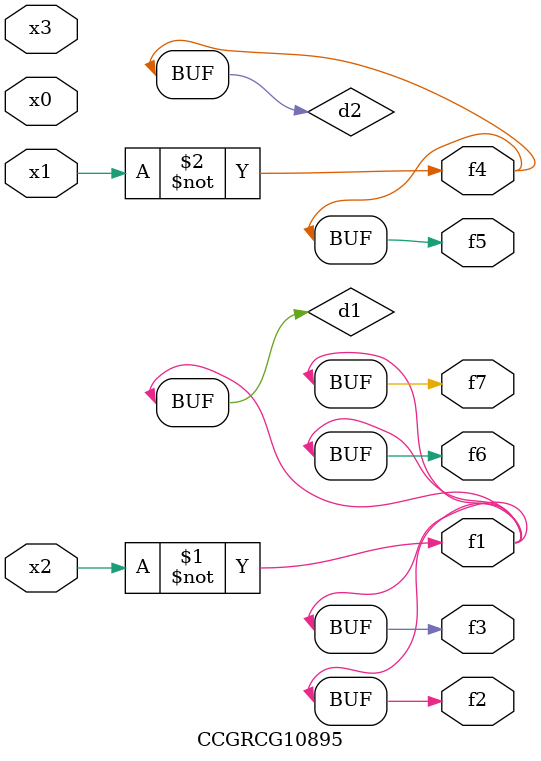
<source format=v>
module CCGRCG10895(
	input x0, x1, x2, x3,
	output f1, f2, f3, f4, f5, f6, f7
);

	wire d1, d2;

	xnor (d1, x2);
	not (d2, x1);
	assign f1 = d1;
	assign f2 = d1;
	assign f3 = d1;
	assign f4 = d2;
	assign f5 = d2;
	assign f6 = d1;
	assign f7 = d1;
endmodule

</source>
